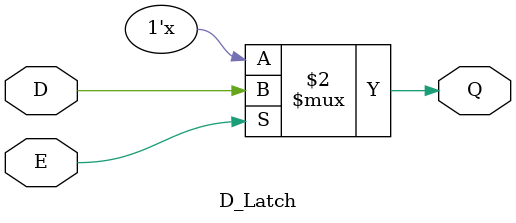
<source format=v>
module D_FlipFlop(Q, D, Clk, Pre_n, Clr_n);
	output Q;
	input D;
	input Clk, Pre_n, Clr_n;
	wire S, B, R;
	SetLatch a(S, Pre_n, Clr_n, B, Clk);
	ResetLatch b(R, B, Clr_n, D, Clk, S);
	OutputLatch c(Q, Pre_n, Clr_n, S, R);
endmodule
module SetLatch(S, Pre_n, Clr_n, In, Clk);
	output S;
	input Pre_n, In, Clk, Clr_n;
	wire A;
	nand(A, Pre_n, In, S);
	nand(S, Clk, A, Clr_n);
endmodule
module ResetLatch(R, B, Clr_n, In, Clk, S);
	output R, B;
	input In, Clk, Clr_n, S;
	nand(R, S, Clk, B);
	nand(B, R, Clr_n, In);
endmodule
module OutputLatch(Q, Pre_n, Clr_n, S, R);
	output Q;
	input Pre_n, Clr_n, S, R;
	wire Qn;
	nand(Q, Pre_n, S, Qn);
	nand(Qn, Q, R, Clr_n);
endmodule
module D_Latch(Q, D, E);
	output reg Q;
	input D, E;
	/*wire [3:0]w;
	and g0(w[0], D, E);
	not g1(w[1], D);
	and g2(w[2], w[1], E);
	nor g3(Q, w[3], w[2]);
	nor g4(w[3], Q, w[0]);*/
	always @ (D or E)
	if(E)
	begin
		Q <= D;
	end 
endmodule
</source>
